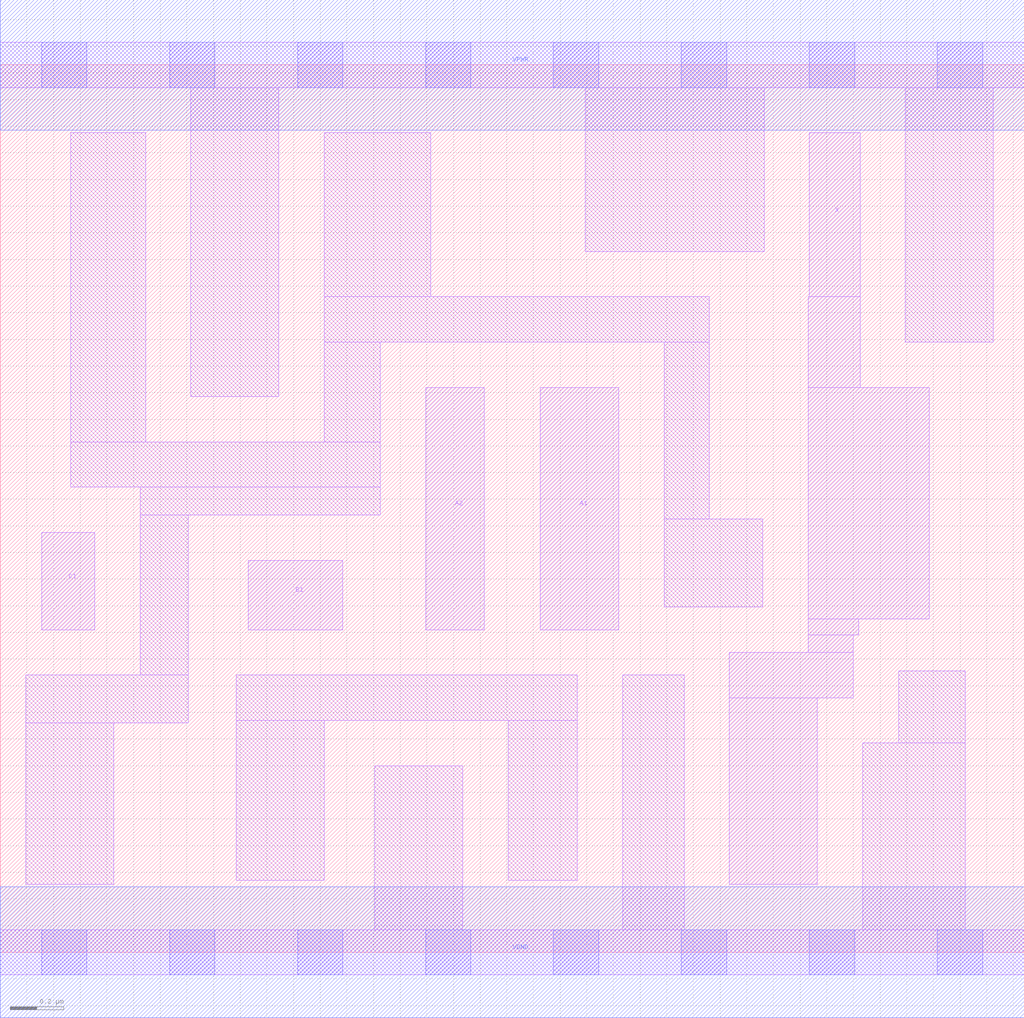
<source format=lef>
# Copyright 2020 The SkyWater PDK Authors
#
# Licensed under the Apache License, Version 2.0 (the "License");
# you may not use this file except in compliance with the License.
# You may obtain a copy of the License at
#
#     https://www.apache.org/licenses/LICENSE-2.0
#
# Unless required by applicable law or agreed to in writing, software
# distributed under the License is distributed on an "AS IS" BASIS,
# WITHOUT WARRANTIES OR CONDITIONS OF ANY KIND, either express or implied.
# See the License for the specific language governing permissions and
# limitations under the License.
#
# SPDX-License-Identifier: Apache-2.0

VERSION 5.7 ;
  NAMESCASESENSITIVE ON ;
  NOWIREEXTENSIONATPIN ON ;
  DIVIDERCHAR "/" ;
  BUSBITCHARS "[]" ;
UNITS
  DATABASE MICRONS 200 ;
END UNITS
MACRO sky130_fd_sc_lp__o211a_2
  CLASS CORE ;
  SOURCE USER ;
  FOREIGN sky130_fd_sc_lp__o211a_2 ;
  ORIGIN  0.000000  0.000000 ;
  SIZE  3.840000 BY  3.330000 ;
  SYMMETRY X Y R90 ;
  SITE unit ;
  PIN A1
    ANTENNAGATEAREA  0.315000 ;
    DIRECTION INPUT ;
    USE SIGNAL ;
    PORT
      LAYER li1 ;
        RECT 2.025000 1.210000 2.320000 2.120000 ;
    END
  END A1
  PIN A2
    ANTENNAGATEAREA  0.315000 ;
    DIRECTION INPUT ;
    USE SIGNAL ;
    PORT
      LAYER li1 ;
        RECT 1.595000 1.210000 1.815000 2.120000 ;
    END
  END A2
  PIN B1
    ANTENNAGATEAREA  0.315000 ;
    DIRECTION INPUT ;
    USE SIGNAL ;
    PORT
      LAYER li1 ;
        RECT 0.930000 1.210000 1.285000 1.470000 ;
    END
  END B1
  PIN C1
    ANTENNAGATEAREA  0.315000 ;
    DIRECTION INPUT ;
    USE SIGNAL ;
    PORT
      LAYER li1 ;
        RECT 0.155000 1.210000 0.355000 1.575000 ;
    END
  END C1
  PIN X
    ANTENNADIFFAREA  0.588000 ;
    DIRECTION OUTPUT ;
    USE SIGNAL ;
    PORT
      LAYER li1 ;
        RECT 2.735000 0.255000 3.065000 0.955000 ;
        RECT 2.735000 0.955000 3.200000 1.125000 ;
        RECT 3.030000 1.125000 3.200000 1.190000 ;
        RECT 3.030000 1.190000 3.220000 1.250000 ;
        RECT 3.030000 1.250000 3.485000 2.120000 ;
        RECT 3.030000 2.120000 3.225000 2.460000 ;
        RECT 3.035000 2.460000 3.225000 3.075000 ;
    END
  END X
  PIN VGND
    DIRECTION INOUT ;
    USE GROUND ;
    PORT
      LAYER met1 ;
        RECT 0.000000 -0.245000 3.840000 0.245000 ;
    END
  END VGND
  PIN VPWR
    DIRECTION INOUT ;
    USE POWER ;
    PORT
      LAYER met1 ;
        RECT 0.000000 3.085000 3.840000 3.575000 ;
    END
  END VPWR
  OBS
    LAYER li1 ;
      RECT 0.000000 -0.085000 3.840000 0.085000 ;
      RECT 0.000000  3.245000 3.840000 3.415000 ;
      RECT 0.095000  0.255000 0.425000 0.860000 ;
      RECT 0.095000  0.860000 0.705000 1.040000 ;
      RECT 0.265000  1.745000 1.425000 1.915000 ;
      RECT 0.265000  1.915000 0.545000 3.075000 ;
      RECT 0.525000  1.040000 0.705000 1.640000 ;
      RECT 0.525000  1.640000 1.425000 1.745000 ;
      RECT 0.715000  2.085000 1.045000 3.245000 ;
      RECT 0.885000  0.270000 1.215000 0.870000 ;
      RECT 0.885000  0.870000 2.165000 1.040000 ;
      RECT 1.215000  1.915000 1.425000 2.290000 ;
      RECT 1.215000  2.290000 2.660000 2.460000 ;
      RECT 1.215000  2.460000 1.615000 3.075000 ;
      RECT 1.405000  0.085000 1.735000 0.700000 ;
      RECT 1.905000  0.270000 2.165000 0.870000 ;
      RECT 2.195000  2.630000 2.865000 3.245000 ;
      RECT 2.335000  0.085000 2.565000 1.040000 ;
      RECT 2.490000  1.295000 2.860000 1.625000 ;
      RECT 2.490000  1.625000 2.660000 2.290000 ;
      RECT 3.235000  0.085000 3.620000 0.785000 ;
      RECT 3.370000  0.785000 3.620000 1.055000 ;
      RECT 3.395000  2.290000 3.725000 3.245000 ;
    LAYER mcon ;
      RECT 0.155000 -0.085000 0.325000 0.085000 ;
      RECT 0.155000  3.245000 0.325000 3.415000 ;
      RECT 0.635000 -0.085000 0.805000 0.085000 ;
      RECT 0.635000  3.245000 0.805000 3.415000 ;
      RECT 1.115000 -0.085000 1.285000 0.085000 ;
      RECT 1.115000  3.245000 1.285000 3.415000 ;
      RECT 1.595000 -0.085000 1.765000 0.085000 ;
      RECT 1.595000  3.245000 1.765000 3.415000 ;
      RECT 2.075000 -0.085000 2.245000 0.085000 ;
      RECT 2.075000  3.245000 2.245000 3.415000 ;
      RECT 2.555000 -0.085000 2.725000 0.085000 ;
      RECT 2.555000  3.245000 2.725000 3.415000 ;
      RECT 3.035000 -0.085000 3.205000 0.085000 ;
      RECT 3.035000  3.245000 3.205000 3.415000 ;
      RECT 3.515000 -0.085000 3.685000 0.085000 ;
      RECT 3.515000  3.245000 3.685000 3.415000 ;
  END
END sky130_fd_sc_lp__o211a_2
END LIBRARY

</source>
